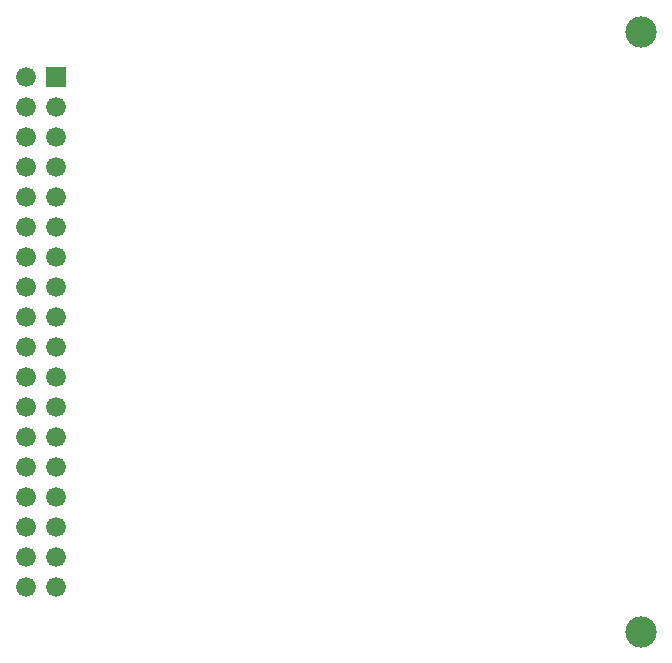
<source format=gbs>
G04 Rezonit PCAD EXPORT*
G04 layer position = 3*
G04 layer base position = 3*
G04 layer type = 9*
G04 layer flash color = 8*
G04 layer line color = 9*
G04*
G04  File:            MSX2MB1.GBS, Fri Nov 10 22:01:54 2023*
G04  Source:          P-CAD 2006 PCB, Version 19.02.958, (D:\PCAD\MSX_MEM\MSX2MB\MSX2MB1.pcb)*
G04  Format:          Gerber Format (RS-274-D), ASCII*
G04*
G04  Format Options:  Absolute Positioning*
G04                   Leading-Zero Suppression*
G04                   Scale Factor 1:1*
G04                   NO Circular Interpolation*
G04                   Millimeter Units*
G04                   Numeric Format: 4.4 (XXXX.XXXX)*
G04                   G54 NOT Used for Aperture Change*
G04                   Apertures Embedded*
G04*
G04  File Options:    Offset = (0.000mm,0.000mm)*
G04                   Drill Symbol Size = 0.000mm*
G04                   No Pad/Via Holes*
G04*
G04  File Contents:   Pads*
G04                   No Vias*
G04                   No Designators*
G04                   No Types*
G04                   No Values*
G04                   No Drill Symbols*
G04                   Bot Mask*
G04*
%INMSX2MB1.GBS*%
%ICAS*%
%MOMM*%
G04*
G04  Aperture MACROs for general use --- invoked via D-code assignment *
G04*
G04  General MACRO for flashed round with rotation and/or offset hole *
%AMROTOFFROUND*
1,1,$1,0.0000,0.0000*
1,0,$2,$3,$4*%
G04*
G04  General MACRO for flashed oval (obround) with rotation and/or offset hole *
%AMROTOFFOVAL*
21,1,$1,$2,0.0000,0.0000,$3*
1,1,$4,$5,$6*
1,1,$4,0-$5,0-$6*
1,0,$7,$8,$9*%
G04*
G04  General MACRO for flashed oval (obround) with rotation and no hole *
%AMROTOVALNOHOLE*
21,1,$1,$2,0.0000,0.0000,$3*
1,1,$4,$5,$6*
1,1,$4,0-$5,0-$6*%
G04*
G04  General MACRO for flashed rectangle with rotation and/or offset hole *
%AMROTOFFRECT*
21,1,$1,$2,0.0000,0.0000,$3*
1,0,$4,$5,$6*%
G04*
G04  General MACRO for flashed rectangle with rotation and no hole *
%AMROTRECTNOHOLE*
21,1,$1,$2,0.0000,0.0000,$3*%
G04*
G04  General MACRO for flashed rounded-rectangle *
%AMROUNDRECT*
21,1,$1,$2-$4,0.0000,0.0000,$3*
21,1,$1-$4,$2,0.0000,0.0000,$3*
1,1,$4,$5,$6*
1,1,$4,$7,$8*
1,1,$4,0-$5,0-$6*
1,1,$4,0-$7,0-$8*
1,0,$9,$10,$11*%
G04*
G04  General MACRO for flashed rounded-rectangle with rotation and no hole *
%AMROUNDRECTNOHOLE*
21,1,$1,$2-$4,0.0000,0.0000,$3*
21,1,$1-$4,$2,0.0000,0.0000,$3*
1,1,$4,$5,$6*
1,1,$4,$7,$8*
1,1,$4,0-$5,0-$6*
1,1,$4,0-$7,0-$8*%
G04*
G04  General MACRO for flashed regular polygon *
%AMREGPOLY*
5,1,$1,0.0000,0.0000,$2,$3+$4*
1,0,$5,$6,$7*%
G04*
G04  General MACRO for flashed regular polygon with no hole *
%AMREGPOLYNOHOLE*
5,1,$1,0.0000,0.0000,$2,$3+$4*%
G04*
G04  General MACRO for target *
%AMTARGET*
6,0,0,$1,$2,$3,4,$4,$5,$6*%
G04*
G04  General MACRO for mounting hole *
%AMMTHOLE*
1,1,$1,0,0*
1,0,$2,0,0*
$1=$1-$2*
$1=$1/2*
21,1,$2+$1,$3,0,0,$4*
21,1,$3,$2+$1,0,0,$4*%
G04*
G04*
G04  D10 : "Ellipse X0.254mm Y0.254mm H0.000mm 0.0deg (0.000mm,0.000mm) Draw"*
G04  Disc: OuterDia=0.2540*
%ADD10C, 0.2540*%
G04  D11 : "Ellipse X0.300mm Y0.300mm H0.000mm 0.0deg (0.000mm,0.000mm) Draw"*
G04  Disc: OuterDia=0.3000*
%ADD11C, 0.3000*%
G04  D12 : "Ellipse X0.381mm Y0.381mm H0.000mm 0.0deg (0.000mm,0.000mm) Draw"*
G04  Disc: OuterDia=0.3810*
%ADD12C, 0.3810*%
G04  D13 : "Ellipse X0.400mm Y0.400mm H0.000mm 0.0deg (0.000mm,0.000mm) Draw"*
G04  Disc: OuterDia=0.4000*
%ADD13C, 0.4000*%
G04  D14 : "Ellipse X0.450mm Y0.450mm H0.000mm 0.0deg (0.000mm,0.000mm) Draw"*
G04  Disc: OuterDia=0.4500*
%ADD14C, 0.4500*%
G04  D15 : "Ellipse X0.500mm Y0.500mm H0.000mm 0.0deg (0.000mm,0.000mm) Draw"*
G04  Disc: OuterDia=0.5000*
%ADD15C, 0.5000*%
G04  D16 : "Ellipse X0.050mm Y0.050mm H0.000mm 0.0deg (0.000mm,0.000mm) Draw"*
G04  Disc: OuterDia=0.0500*
%ADD16C, 0.0500*%
G04  D17 : "Ellipse X0.635mm Y0.635mm H0.000mm 0.0deg (0.000mm,0.000mm) Draw"*
G04  Disc: OuterDia=0.6350*
%ADD17C, 0.6350*%
G04  D18 : "Ellipse X0.100mm Y0.100mm H0.000mm 0.0deg (0.000mm,0.000mm) Draw"*
G04  Disc: OuterDia=0.1000*
%ADD18C, 0.1000*%
G04  D19 : "Ellipse X0.127mm Y0.127mm H0.000mm 0.0deg (0.000mm,0.000mm) Draw"*
G04  Disc: OuterDia=0.1270*
%ADD19C, 0.1270*%
G04  D20 : "Ellipse X0.150mm Y0.150mm H0.000mm 0.0deg (0.000mm,0.000mm) Draw"*
G04  Disc: OuterDia=0.1500*
%ADD20C, 0.1500*%
G04  D21 : "Ellipse X0.200mm Y0.200mm H0.000mm 0.0deg (0.000mm,0.000mm) Draw"*
G04  Disc: OuterDia=0.2000*
%ADD21C, 0.2000*%
G04  D22 : "Ellipse X0.250mm Y0.250mm H0.000mm 0.0deg (0.000mm,0.000mm) Draw"*
G04  Disc: OuterDia=0.2500*
%ADD22C, 0.2500*%
G04  D23 : "Ellipse X0.250mm Y0.250mm H0.000mm 0.0deg (0.000mm,0.000mm) Draw"*
G04  Disc: OuterDia=0.2500*
%ADD23C, 0.2500*%
G04  D24 : "Ellipse X2.652mm Y2.652mm H0.000mm 0.0deg (0.000mm,0.000mm) Flash"*
G04  Disc: OuterDia=2.6520*
%ADD24C, 2.6520*%
G04  D25 : "Ellipse X1.524mm Y1.524mm H0.000mm 0.0deg (0.000mm,0.000mm) Flash"*
G04  Disc: OuterDia=1.5240*
%ADD25C, 1.5240*%
G04  D26 : "Ellipse X1.676mm Y1.676mm H0.000mm 0.0deg (0.000mm,0.000mm) Flash"*
G04  Disc: OuterDia=1.6760*
%ADD26C, 1.6760*%
G04  D27 : "Mounting Hole X2.500mm Y2.500mm H0.000mm 0.0deg (0.000mm,0.000mm) Flash"*
G04  Mounting Hole: Diameter=2.5000, Rotation=0.0, LineWidth=0.1270 *
%ADD27MTHOLE, 2.5000 X1.9920 X0.1270 X0.0*%
G04  D28 : "Polygon X1.150mm Y0.800mm H0.000mm 90.0deg (0.000mm,0.000mm) Flash"*
G04  Irregular Polygon: DimX=1.1500, DimY=0.8000, Rotation=90.0, OffsetX=0.0000, OffsetY=0.0000, HoleDia=0.0000 *
%AMIRREGPOLYD28*
4,1,5,
-0.4000, -0.4000,
0.3500, -0.4000,
0.7500, 0.0000,
0.3500, 0.4000,
-0.4000, 0.4000,
-0.4000, -0.4000,
$1*%
%ADD28IRREGPOLYD28, 90.0*%
G04  D29 : "Polygon X1.150mm Y0.800mm H0.000mm 90.0deg (0.000mm,0.000mm) Flash"*
G04  Irregular Polygon: DimX=1.1500, DimY=0.8000, Rotation=90.0, OffsetX=0.0000, OffsetY=0.0000, HoleDia=0.0000 *
%AMIRREGPOLYD29*
4,1,5,
-0.7500, 0.4000,
-0.3500, 0.0000,
-0.7500, -0.4000,
0.4000, -0.4000,
0.4000, 0.4000,
-0.7500, 0.4000,
$1*%
%ADD29IRREGPOLYD29, 90.0*%
G04  D30 : "Polygon X1.338mm Y0.956mm H0.000mm 90.0deg (0.000mm,0.000mm) Flash"*
G04  Irregular Polygon: DimX=1.3381, DimY=0.9558, Rotation=90.0, OffsetX=0.0000, OffsetY=0.0000, HoleDia=0.0000 *
%AMIRREGPOLYD30*
4,1,5,
-0.4779, 0.4779,
-0.4779, -0.4779,
0.3823, -0.4779,
0.8602, 0.0000,
0.3823, 0.4779,
-0.4779, 0.4779,
$1*%
%ADD30IRREGPOLYD30, 90.0*%
G04  D31 : "Polygon X1.416mm Y0.956mm H0.000mm 90.0deg (0.000mm,0.000mm) Flash"*
G04  Irregular Polygon: DimX=1.4160, DimY=0.9558, Rotation=90.0, OffsetX=0.0000, OffsetY=0.0000, HoleDia=0.0000 *
%AMIRREGPOLYD31*
4,1,5,
-0.4602, 0.0000,
-0.9381, -0.4779,
0.4779, -0.4779,
0.4779, 0.4779,
-0.9381, 0.4779,
-0.4602, 0.0000,
$1*%
%ADD31IRREGPOLYD31, 90.0*%
G04  D32 : "Rectangle X0.800mm Y0.600mm H0.000mm 0.0deg (0.000mm,0.000mm) Flash"*
G04  Rectangular: DimX=0.8000, DimY=0.6000, Rotation=0.0, OffsetX=0.0000, OffsetY=0.0000, HoleDia=0.0000 *
%ADD32R, 0.8000 X0.6000*%
G04  D33 : "Rectangle X0.952mm Y0.752mm H0.000mm 0.0deg (0.000mm,0.000mm) Flash"*
G04  Rectangular: DimX=0.9520, DimY=0.7520, Rotation=0.0, OffsetX=0.0000, OffsetY=0.0000, HoleDia=0.0000 *
%ADD33R, 0.9520 X0.7520*%
G04  D34 : "Rectangle X0.889mm Y1.016mm H0.000mm 0.0deg (0.000mm,0.000mm) Flash"*
G04  Rectangular: DimX=0.8890, DimY=1.0160, Rotation=0.0, OffsetX=0.0000, OffsetY=0.0000, HoleDia=0.0000 *
%ADD34R, 0.8890 X1.0160*%
G04  D35 : "Rectangle X1.041mm Y1.168mm H0.000mm 0.0deg (0.000mm,0.000mm) Flash"*
G04  Rectangular: DimX=1.0410, DimY=1.1680, Rotation=0.0, OffsetX=0.0000, OffsetY=0.0000, HoleDia=0.0000 *
%ADD35R, 1.0410 X1.1680*%
G04  D36 : "Rectangle X1.450mm Y0.450mm H0.000mm 0.0deg (0.000mm,0.000mm) Flash"*
G04  Rectangular: DimX=1.4500, DimY=0.4500, Rotation=0.0, OffsetX=0.0000, OffsetY=0.0000, HoleDia=0.0000 *
%ADD36R, 1.4500 X0.4500*%
G04  D37 : "Rectangle X1.422mm Y1.524mm H0.000mm 0.0deg (0.000mm,0.000mm) Flash"*
G04  Rectangular: DimX=1.4224, DimY=1.5240, Rotation=0.0, OffsetX=0.0000, OffsetY=0.0000, HoleDia=0.0000 *
%ADD37R, 1.4224 X1.5240*%
G04  D38 : "Rectangle X1.524mm Y1.524mm H0.000mm 0.0deg (0.000mm,0.000mm) Flash"*
G04  Square: Side=1.5240, Rotation=0.0, OffsetX=0.0000, OffsetY=0.0000, HoleDia=0.0000*
%ADD38R, 1.5240 X1.5240*%
G04  D39 : "Rectangle X1.602mm Y0.602mm H0.000mm 0.0deg (0.000mm,0.000mm) Flash"*
G04  Rectangular: DimX=1.6020, DimY=0.6020, Rotation=0.0, OffsetX=0.0000, OffsetY=0.0000, HoleDia=0.0000 *
%ADD39R, 1.6020 X0.6020*%
G04  D40 : "Rectangle X1.574mm Y1.676mm H0.000mm 0.0deg (0.000mm,0.000mm) Flash"*
G04  Rectangular: DimX=1.5744, DimY=1.6760, Rotation=0.0, OffsetX=0.0000, OffsetY=0.0000, HoleDia=0.0000 *
%ADD40R, 1.5744 X1.6760*%
G04  D41 : "Rectangle X1.676mm Y1.676mm H0.000mm 0.0deg (0.000mm,0.000mm) Flash"*
G04  Square: Side=1.6760, Rotation=0.0, OffsetX=0.0000, OffsetY=0.0000, HoleDia=0.0000*
%ADD41R, 1.6760 X1.6760*%
G04  D42 : "Rectangle X2.591mm Y1.778mm H0.000mm 0.0deg (0.000mm,0.000mm) Flash"*
G04  Rectangular: DimX=2.5908, DimY=1.7780, Rotation=0.0, OffsetX=0.0000, OffsetY=0.0000, HoleDia=0.0000 *
%ADD42R, 2.5908 X1.7780*%
G04  D43 : "Rectangle X2.743mm Y1.930mm H0.000mm 0.0deg (0.000mm,0.000mm) Flash"*
G04  Rectangular: DimX=2.7428, DimY=1.9300, Rotation=0.0, OffsetX=0.0000, OffsetY=0.0000, HoleDia=0.0000 *
%ADD43R, 2.7428 X1.9300*%
G04  D44 : "Rectangle X0.660mm Y2.032mm H0.000mm 0.0deg (0.000mm,0.000mm) Flash"*
G04  Rectangular: DimX=0.6604, DimY=2.0320, Rotation=0.0, OffsetX=0.0000, OffsetY=0.0000, HoleDia=0.0000 *
%ADD44R, 0.6604 X2.0320*%
G04  D45 : "Rectangle X0.812mm Y2.184mm H0.000mm 0.0deg (0.000mm,0.000mm) Flash"*
G04  Rectangular: DimX=0.8124, DimY=2.1840, Rotation=0.0, OffsetX=0.0000, OffsetY=0.0000, HoleDia=0.0000 *
%ADD45R, 0.8124 X2.1840*%
G04  D46 : "Ellipse X1.016mm Y1.016mm H0.000mm 0.0deg (0.000mm,0.000mm) Flash"*
G04  Disc: OuterDia=1.0160*
%ADD46C, 1.0160*%
G04  D47 : "Ellipse X1.168mm Y1.168mm H0.000mm 0.0deg (0.000mm,0.000mm) Flash"*
G04  Disc: OuterDia=1.1680*
%ADD47C, 1.1680*%
G04*
%FSLAX44Y44*%
%SFA1B1*%
%OFA0.000B0.000*%
G04*
G71*
G90*
G01*
D2*
%LNBot Mask*%
D24*
X1104900Y482600D3*
Y990600D3*
D26*
X584200Y571500D3*
Y546100D3*
Y647700D3*
Y622300D3*
Y723900D3*
Y698500D3*
Y800100D3*
Y774700D3*
Y876300D3*
Y850900D3*
Y952500D3*
Y927100D3*
X609600Y546100D3*
Y571500D3*
Y622300D3*
Y647700D3*
Y698500D3*
Y723900D3*
Y774700D3*
Y800100D3*
Y850900D3*
Y876300D3*
Y927100D3*
D41*
Y952500D3*
D26*
X584200Y749300D3*
Y673100D3*
Y596900D3*
Y520700D3*
Y901700D3*
Y825500D3*
X609600Y520700D3*
Y596900D3*
Y673100D3*
Y749300D3*
Y825500D3*
Y901700D3*
D02M02*

</source>
